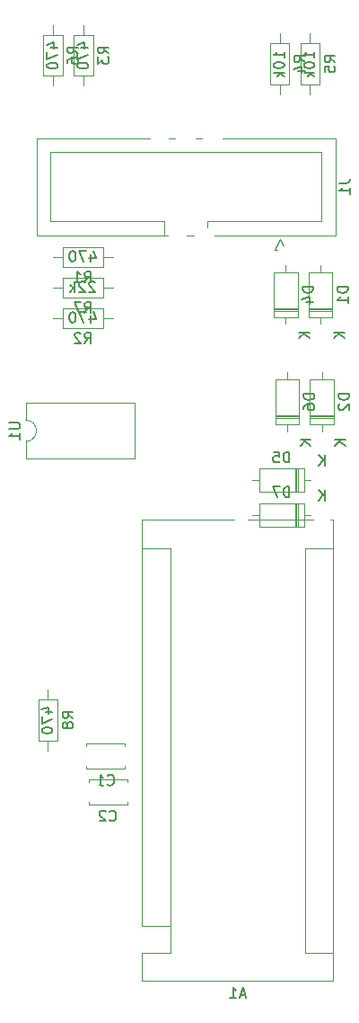
<source format=gbr>
G04 #@! TF.GenerationSoftware,KiCad,Pcbnew,(5.1.10-1-10_14)*
G04 #@! TF.CreationDate,2021-10-15T00:01:35+02:00*
G04 #@! TF.ProjectId,main,6d61696e-2e6b-4696-9361-645f70636258,rev?*
G04 #@! TF.SameCoordinates,Original*
G04 #@! TF.FileFunction,Legend,Bot*
G04 #@! TF.FilePolarity,Positive*
%FSLAX46Y46*%
G04 Gerber Fmt 4.6, Leading zero omitted, Abs format (unit mm)*
G04 Created by KiCad (PCBNEW (5.1.10-1-10_14)) date 2021-10-15 00:01:35*
%MOMM*%
%LPD*%
G01*
G04 APERTURE LIST*
%ADD10C,0.120000*%
%ADD11C,0.150000*%
%ADD12C,1.700000*%
%ADD13O,1.600000X1.600000*%
%ADD14R,1.600000X1.600000*%
%ADD15O,3.100000X2.300000*%
%ADD16O,2.720000X3.240000*%
%ADD17C,1.800000*%
%ADD18R,1.800000X1.800000*%
%ADD19O,1.400000X1.400000*%
%ADD20C,1.400000*%
%ADD21C,1.600000*%
G04 APERTURE END LIST*
D10*
X107577000Y-75736500D02*
X108077000Y-74736500D01*
X108577000Y-75736500D02*
X107577000Y-75736500D01*
X108077000Y-74736500D02*
X108577000Y-75736500D01*
X97137000Y-73036500D02*
X97137000Y-74346500D01*
X97137000Y-73036500D02*
X97137000Y-73036500D01*
X86387000Y-73036500D02*
X97137000Y-73036500D01*
X86387000Y-66536500D02*
X86387000Y-73036500D01*
X111987000Y-66536500D02*
X86387000Y-66536500D01*
X111987000Y-73036500D02*
X111987000Y-66536500D01*
X101237000Y-73036500D02*
X111987000Y-73036500D01*
X101237000Y-74346500D02*
X101237000Y-73036500D01*
X85087000Y-74346500D02*
X113287000Y-74346500D01*
X85087000Y-65226500D02*
X85087000Y-74346500D01*
X113287000Y-65226500D02*
X85087000Y-65226500D01*
X113287000Y-74346500D02*
X113287000Y-65226500D01*
X110324000Y-99587000D02*
X110324000Y-101827000D01*
X110324000Y-101827000D02*
X106084000Y-101827000D01*
X106084000Y-101827000D02*
X106084000Y-99587000D01*
X106084000Y-99587000D02*
X110324000Y-99587000D01*
X110974000Y-100707000D02*
X110324000Y-100707000D01*
X105434000Y-100707000D02*
X106084000Y-100707000D01*
X109604000Y-99587000D02*
X109604000Y-101827000D01*
X109484000Y-99587000D02*
X109484000Y-101827000D01*
X109724000Y-99587000D02*
X109724000Y-101827000D01*
X109847000Y-92163000D02*
X107607000Y-92163000D01*
X107607000Y-92163000D02*
X107607000Y-87923000D01*
X107607000Y-87923000D02*
X109847000Y-87923000D01*
X109847000Y-87923000D02*
X109847000Y-92163000D01*
X108727000Y-92813000D02*
X108727000Y-92163000D01*
X108727000Y-87273000D02*
X108727000Y-87923000D01*
X109847000Y-91443000D02*
X107607000Y-91443000D01*
X109847000Y-91323000D02*
X107607000Y-91323000D01*
X109847000Y-91563000D02*
X107607000Y-91563000D01*
X110324000Y-96311500D02*
X110324000Y-98551500D01*
X110324000Y-98551500D02*
X106084000Y-98551500D01*
X106084000Y-98551500D02*
X106084000Y-96311500D01*
X106084000Y-96311500D02*
X110324000Y-96311500D01*
X110974000Y-97431500D02*
X110324000Y-97431500D01*
X105434000Y-97431500D02*
X106084000Y-97431500D01*
X109604000Y-96311500D02*
X109604000Y-98551500D01*
X109484000Y-96311500D02*
X109484000Y-98551500D01*
X109724000Y-96311500D02*
X109724000Y-98551500D01*
X109731000Y-82066500D02*
X107491000Y-82066500D01*
X107491000Y-82066500D02*
X107491000Y-77826500D01*
X107491000Y-77826500D02*
X109731000Y-77826500D01*
X109731000Y-77826500D02*
X109731000Y-82066500D01*
X108611000Y-82716500D02*
X108611000Y-82066500D01*
X108611000Y-77176500D02*
X108611000Y-77826500D01*
X109731000Y-81346500D02*
X107491000Y-81346500D01*
X109731000Y-81226500D02*
X107491000Y-81226500D01*
X109731000Y-81466500D02*
X107491000Y-81466500D01*
X113123000Y-92163000D02*
X110883000Y-92163000D01*
X110883000Y-92163000D02*
X110883000Y-87923000D01*
X110883000Y-87923000D02*
X113123000Y-87923000D01*
X113123000Y-87923000D02*
X113123000Y-92163000D01*
X112003000Y-92813000D02*
X112003000Y-92163000D01*
X112003000Y-87273000D02*
X112003000Y-87923000D01*
X113123000Y-91443000D02*
X110883000Y-91443000D01*
X113123000Y-91323000D02*
X110883000Y-91323000D01*
X113123000Y-91563000D02*
X110883000Y-91563000D01*
X113007000Y-82066500D02*
X110767000Y-82066500D01*
X110767000Y-82066500D02*
X110767000Y-77826500D01*
X110767000Y-77826500D02*
X113007000Y-77826500D01*
X113007000Y-77826500D02*
X113007000Y-82066500D01*
X111887000Y-82716500D02*
X111887000Y-82066500D01*
X111887000Y-77176500D02*
X111887000Y-77826500D01*
X113007000Y-81346500D02*
X110767000Y-81346500D01*
X113007000Y-81226500D02*
X110767000Y-81226500D01*
X113007000Y-81466500D02*
X110767000Y-81466500D01*
X84077500Y-93773500D02*
G75*
G03*
X84077500Y-91773500I0J1000000D01*
G01*
X84077500Y-91773500D02*
X84077500Y-90123500D01*
X84077500Y-90123500D02*
X94357500Y-90123500D01*
X94357500Y-90123500D02*
X94357500Y-95423500D01*
X94357500Y-95423500D02*
X84077500Y-95423500D01*
X84077500Y-95423500D02*
X84077500Y-93773500D01*
X87089500Y-121935000D02*
X85249500Y-121935000D01*
X85249500Y-121935000D02*
X85249500Y-118095000D01*
X85249500Y-118095000D02*
X87089500Y-118095000D01*
X87089500Y-118095000D02*
X87089500Y-121935000D01*
X86169500Y-122885000D02*
X86169500Y-121935000D01*
X86169500Y-117145000D02*
X86169500Y-118095000D01*
X87551500Y-80203400D02*
X87551500Y-78363400D01*
X87551500Y-78363400D02*
X91391500Y-78363400D01*
X91391500Y-78363400D02*
X91391500Y-80203400D01*
X91391500Y-80203400D02*
X87551500Y-80203400D01*
X86601500Y-79283400D02*
X87551500Y-79283400D01*
X92341500Y-79283400D02*
X91391500Y-79283400D01*
X87579300Y-59324000D02*
X85739300Y-59324000D01*
X85739300Y-59324000D02*
X85739300Y-55484000D01*
X85739300Y-55484000D02*
X87579300Y-55484000D01*
X87579300Y-55484000D02*
X87579300Y-59324000D01*
X86659300Y-60274000D02*
X86659300Y-59324000D01*
X86659300Y-54534000D02*
X86659300Y-55484000D01*
X111818000Y-60149500D02*
X109978000Y-60149500D01*
X109978000Y-60149500D02*
X109978000Y-56309500D01*
X109978000Y-56309500D02*
X111818000Y-56309500D01*
X111818000Y-56309500D02*
X111818000Y-60149500D01*
X110898000Y-61099500D02*
X110898000Y-60149500D01*
X110898000Y-55359500D02*
X110898000Y-56309500D01*
X108942000Y-60149500D02*
X107102000Y-60149500D01*
X107102000Y-60149500D02*
X107102000Y-56309500D01*
X107102000Y-56309500D02*
X108942000Y-56309500D01*
X108942000Y-56309500D02*
X108942000Y-60149500D01*
X108022000Y-61099500D02*
X108022000Y-60149500D01*
X108022000Y-55359500D02*
X108022000Y-56309500D01*
X90455200Y-59324000D02*
X88615200Y-59324000D01*
X88615200Y-59324000D02*
X88615200Y-55484000D01*
X88615200Y-55484000D02*
X90455200Y-55484000D01*
X90455200Y-55484000D02*
X90455200Y-59324000D01*
X89535200Y-60274000D02*
X89535200Y-59324000D01*
X89535200Y-54534000D02*
X89535200Y-55484000D01*
X87551500Y-83079200D02*
X87551500Y-81239200D01*
X87551500Y-81239200D02*
X91391500Y-81239200D01*
X91391500Y-81239200D02*
X91391500Y-83079200D01*
X91391500Y-83079200D02*
X87551500Y-83079200D01*
X86601500Y-82159200D02*
X87551500Y-82159200D01*
X92341500Y-82159200D02*
X91391500Y-82159200D01*
X87551500Y-77327500D02*
X87551500Y-75487500D01*
X87551500Y-75487500D02*
X91391500Y-75487500D01*
X91391500Y-75487500D02*
X91391500Y-77327500D01*
X91391500Y-77327500D02*
X87551500Y-77327500D01*
X86601500Y-76407500D02*
X87551500Y-76407500D01*
X92341500Y-76407500D02*
X91391500Y-76407500D01*
X90001000Y-127959000D02*
X93641000Y-127959000D01*
X90001000Y-125619000D02*
X93641000Y-125619000D01*
X90001000Y-127959000D02*
X90001000Y-127714000D01*
X90001000Y-125864000D02*
X90001000Y-125619000D01*
X93641000Y-127959000D02*
X93641000Y-127714000D01*
X93641000Y-125864000D02*
X93641000Y-125619000D01*
X89810500Y-124583000D02*
X93450500Y-124583000D01*
X89810500Y-122243000D02*
X93450500Y-122243000D01*
X89810500Y-124583000D02*
X89810500Y-124338000D01*
X89810500Y-122488000D02*
X89810500Y-122243000D01*
X93450500Y-124583000D02*
X93450500Y-124338000D01*
X93450500Y-122488000D02*
X93450500Y-122243000D01*
X97726500Y-139382000D02*
X97726500Y-141922000D01*
X97726500Y-141922000D02*
X95056500Y-141922000D01*
X95056500Y-139382000D02*
X95056500Y-101152000D01*
X95056500Y-144592000D02*
X95056500Y-141922000D01*
X110426500Y-141922000D02*
X113096500Y-141922000D01*
X110426500Y-141922000D02*
X110426500Y-103822000D01*
X110426500Y-103822000D02*
X113096500Y-103822000D01*
X97726500Y-139382000D02*
X95056500Y-139382000D01*
X97726500Y-139382000D02*
X97726500Y-103822000D01*
X97726500Y-103822000D02*
X95056500Y-103822000D01*
X95056500Y-101152000D02*
X113096500Y-101152000D01*
X113096500Y-101152000D02*
X113096500Y-144592000D01*
X113096500Y-144592000D02*
X95056500Y-144592000D01*
D11*
X113629380Y-69453166D02*
X114343666Y-69453166D01*
X114486523Y-69405547D01*
X114581761Y-69310309D01*
X114629380Y-69167452D01*
X114629380Y-69072214D01*
X114629380Y-70453166D02*
X114629380Y-69881738D01*
X114629380Y-70167452D02*
X113629380Y-70167452D01*
X113772238Y-70072214D01*
X113867476Y-69976976D01*
X113915095Y-69881738D01*
X108942095Y-99039380D02*
X108942095Y-98039380D01*
X108704000Y-98039380D01*
X108561142Y-98087000D01*
X108465904Y-98182238D01*
X108418285Y-98277476D01*
X108370666Y-98467952D01*
X108370666Y-98610809D01*
X108418285Y-98801285D01*
X108465904Y-98896523D01*
X108561142Y-98991761D01*
X108704000Y-99039380D01*
X108942095Y-99039380D01*
X108037333Y-98039380D02*
X107370666Y-98039380D01*
X107799238Y-99039380D01*
X112275904Y-99359380D02*
X112275904Y-98359380D01*
X111704476Y-99359380D02*
X112133047Y-98787952D01*
X111704476Y-98359380D02*
X112275904Y-98930809D01*
X111299380Y-89304904D02*
X110299380Y-89304904D01*
X110299380Y-89543000D01*
X110347000Y-89685857D01*
X110442238Y-89781095D01*
X110537476Y-89828714D01*
X110727952Y-89876333D01*
X110870809Y-89876333D01*
X111061285Y-89828714D01*
X111156523Y-89781095D01*
X111251761Y-89685857D01*
X111299380Y-89543000D01*
X111299380Y-89304904D01*
X110299380Y-90733476D02*
X110299380Y-90543000D01*
X110347000Y-90447761D01*
X110394619Y-90400142D01*
X110537476Y-90304904D01*
X110727952Y-90257285D01*
X111108904Y-90257285D01*
X111204142Y-90304904D01*
X111251761Y-90352523D01*
X111299380Y-90447761D01*
X111299380Y-90638238D01*
X111251761Y-90733476D01*
X111204142Y-90781095D01*
X111108904Y-90828714D01*
X110870809Y-90828714D01*
X110775571Y-90781095D01*
X110727952Y-90733476D01*
X110680333Y-90638238D01*
X110680333Y-90447761D01*
X110727952Y-90352523D01*
X110775571Y-90304904D01*
X110870809Y-90257285D01*
X110979380Y-93591095D02*
X109979380Y-93591095D01*
X110979380Y-94162523D02*
X110407952Y-93733952D01*
X109979380Y-94162523D02*
X110550809Y-93591095D01*
X108942095Y-95763880D02*
X108942095Y-94763880D01*
X108704000Y-94763880D01*
X108561142Y-94811500D01*
X108465904Y-94906738D01*
X108418285Y-95001976D01*
X108370666Y-95192452D01*
X108370666Y-95335309D01*
X108418285Y-95525785D01*
X108465904Y-95621023D01*
X108561142Y-95716261D01*
X108704000Y-95763880D01*
X108942095Y-95763880D01*
X107465904Y-94763880D02*
X107942095Y-94763880D01*
X107989714Y-95240071D01*
X107942095Y-95192452D01*
X107846857Y-95144833D01*
X107608761Y-95144833D01*
X107513523Y-95192452D01*
X107465904Y-95240071D01*
X107418285Y-95335309D01*
X107418285Y-95573404D01*
X107465904Y-95668642D01*
X107513523Y-95716261D01*
X107608761Y-95763880D01*
X107846857Y-95763880D01*
X107942095Y-95716261D01*
X107989714Y-95668642D01*
X112275904Y-96083880D02*
X112275904Y-95083880D01*
X111704476Y-96083880D02*
X112133047Y-95512452D01*
X111704476Y-95083880D02*
X112275904Y-95655309D01*
X111183380Y-79208404D02*
X110183380Y-79208404D01*
X110183380Y-79446500D01*
X110231000Y-79589357D01*
X110326238Y-79684595D01*
X110421476Y-79732214D01*
X110611952Y-79779833D01*
X110754809Y-79779833D01*
X110945285Y-79732214D01*
X111040523Y-79684595D01*
X111135761Y-79589357D01*
X111183380Y-79446500D01*
X111183380Y-79208404D01*
X110516714Y-80636976D02*
X111183380Y-80636976D01*
X110135761Y-80398880D02*
X110850047Y-80160785D01*
X110850047Y-80779833D01*
X110863380Y-83494595D02*
X109863380Y-83494595D01*
X110863380Y-84066023D02*
X110291952Y-83637452D01*
X109863380Y-84066023D02*
X110434809Y-83494595D01*
X114575380Y-89304904D02*
X113575380Y-89304904D01*
X113575380Y-89543000D01*
X113623000Y-89685857D01*
X113718238Y-89781095D01*
X113813476Y-89828714D01*
X114003952Y-89876333D01*
X114146809Y-89876333D01*
X114337285Y-89828714D01*
X114432523Y-89781095D01*
X114527761Y-89685857D01*
X114575380Y-89543000D01*
X114575380Y-89304904D01*
X113670619Y-90257285D02*
X113623000Y-90304904D01*
X113575380Y-90400142D01*
X113575380Y-90638238D01*
X113623000Y-90733476D01*
X113670619Y-90781095D01*
X113765857Y-90828714D01*
X113861095Y-90828714D01*
X114003952Y-90781095D01*
X114575380Y-90209666D01*
X114575380Y-90828714D01*
X114255380Y-93591095D02*
X113255380Y-93591095D01*
X114255380Y-94162523D02*
X113683952Y-93733952D01*
X113255380Y-94162523D02*
X113826809Y-93591095D01*
X114459380Y-79208404D02*
X113459380Y-79208404D01*
X113459380Y-79446500D01*
X113507000Y-79589357D01*
X113602238Y-79684595D01*
X113697476Y-79732214D01*
X113887952Y-79779833D01*
X114030809Y-79779833D01*
X114221285Y-79732214D01*
X114316523Y-79684595D01*
X114411761Y-79589357D01*
X114459380Y-79446500D01*
X114459380Y-79208404D01*
X114459380Y-80732214D02*
X114459380Y-80160785D01*
X114459380Y-80446500D02*
X113459380Y-80446500D01*
X113602238Y-80351261D01*
X113697476Y-80256023D01*
X113745095Y-80160785D01*
X114139380Y-83494595D02*
X113139380Y-83494595D01*
X114139380Y-84066023D02*
X113567952Y-83637452D01*
X113139380Y-84066023D02*
X113710809Y-83494595D01*
X82529880Y-92011595D02*
X83339404Y-92011595D01*
X83434642Y-92059214D01*
X83482261Y-92106833D01*
X83529880Y-92202071D01*
X83529880Y-92392547D01*
X83482261Y-92487785D01*
X83434642Y-92535404D01*
X83339404Y-92583023D01*
X82529880Y-92583023D01*
X83529880Y-93583023D02*
X83529880Y-93011595D01*
X83529880Y-93297309D02*
X82529880Y-93297309D01*
X82672738Y-93202071D01*
X82767976Y-93106833D01*
X82815595Y-93011595D01*
X88541880Y-119848333D02*
X88065690Y-119515000D01*
X88541880Y-119276904D02*
X87541880Y-119276904D01*
X87541880Y-119657857D01*
X87589500Y-119753095D01*
X87637119Y-119800714D01*
X87732357Y-119848333D01*
X87875214Y-119848333D01*
X87970452Y-119800714D01*
X88018071Y-119753095D01*
X88065690Y-119657857D01*
X88065690Y-119276904D01*
X87970452Y-120419761D02*
X87922833Y-120324523D01*
X87875214Y-120276904D01*
X87779976Y-120229285D01*
X87732357Y-120229285D01*
X87637119Y-120276904D01*
X87589500Y-120324523D01*
X87541880Y-120419761D01*
X87541880Y-120610238D01*
X87589500Y-120705476D01*
X87637119Y-120753095D01*
X87732357Y-120800714D01*
X87779976Y-120800714D01*
X87875214Y-120753095D01*
X87922833Y-120705476D01*
X87970452Y-120610238D01*
X87970452Y-120419761D01*
X88018071Y-120324523D01*
X88065690Y-120276904D01*
X88160928Y-120229285D01*
X88351404Y-120229285D01*
X88446642Y-120276904D01*
X88494261Y-120324523D01*
X88541880Y-120419761D01*
X88541880Y-120610238D01*
X88494261Y-120705476D01*
X88446642Y-120753095D01*
X88351404Y-120800714D01*
X88160928Y-120800714D01*
X88065690Y-120753095D01*
X88018071Y-120705476D01*
X87970452Y-120610238D01*
X85927274Y-119283575D02*
X86593940Y-119283575D01*
X85546321Y-119045480D02*
X86260607Y-118807384D01*
X86260607Y-119426432D01*
X85593940Y-119712146D02*
X85593940Y-120378813D01*
X86593940Y-119950241D01*
X85593940Y-120950241D02*
X85593940Y-121045480D01*
X85641560Y-121140718D01*
X85689179Y-121188337D01*
X85784417Y-121235956D01*
X85974893Y-121283575D01*
X86212988Y-121283575D01*
X86403464Y-121235956D01*
X86498702Y-121188337D01*
X86546321Y-121140718D01*
X86593940Y-121045480D01*
X86593940Y-120950241D01*
X86546321Y-120855003D01*
X86498702Y-120807384D01*
X86403464Y-120759765D01*
X86212988Y-120712146D01*
X85974893Y-120712146D01*
X85784417Y-120759765D01*
X85689179Y-120807384D01*
X85641560Y-120855003D01*
X85593940Y-120950241D01*
X89638166Y-81655780D02*
X89971500Y-81179590D01*
X90209595Y-81655780D02*
X90209595Y-80655780D01*
X89828642Y-80655780D01*
X89733404Y-80703400D01*
X89685785Y-80751019D01*
X89638166Y-80846257D01*
X89638166Y-80989114D01*
X89685785Y-81084352D01*
X89733404Y-81131971D01*
X89828642Y-81179590D01*
X90209595Y-81179590D01*
X89304833Y-80655780D02*
X88638166Y-80655780D01*
X89066738Y-81655780D01*
X90607686Y-78803079D02*
X90560067Y-78755460D01*
X90464829Y-78707840D01*
X90226734Y-78707840D01*
X90131496Y-78755460D01*
X90083877Y-78803079D01*
X90036258Y-78898317D01*
X90036258Y-78993555D01*
X90083877Y-79136412D01*
X90655305Y-79707840D01*
X90036258Y-79707840D01*
X89655305Y-78803079D02*
X89607686Y-78755460D01*
X89512448Y-78707840D01*
X89274353Y-78707840D01*
X89179115Y-78755460D01*
X89131496Y-78803079D01*
X89083877Y-78898317D01*
X89083877Y-78993555D01*
X89131496Y-79136412D01*
X89702924Y-79707840D01*
X89083877Y-79707840D01*
X88655305Y-79707840D02*
X88655305Y-78707840D01*
X88560067Y-79326888D02*
X88274353Y-79707840D01*
X88274353Y-79041174D02*
X88655305Y-79422126D01*
X89031680Y-57237333D02*
X88555490Y-56904000D01*
X89031680Y-56665904D02*
X88031680Y-56665904D01*
X88031680Y-57046857D01*
X88079300Y-57142095D01*
X88126919Y-57189714D01*
X88222157Y-57237333D01*
X88365014Y-57237333D01*
X88460252Y-57189714D01*
X88507871Y-57142095D01*
X88555490Y-57046857D01*
X88555490Y-56665904D01*
X88031680Y-58094476D02*
X88031680Y-57904000D01*
X88079300Y-57808761D01*
X88126919Y-57761142D01*
X88269776Y-57665904D01*
X88460252Y-57618285D01*
X88841204Y-57618285D01*
X88936442Y-57665904D01*
X88984061Y-57713523D01*
X89031680Y-57808761D01*
X89031680Y-57999238D01*
X88984061Y-58094476D01*
X88936442Y-58142095D01*
X88841204Y-58189714D01*
X88603109Y-58189714D01*
X88507871Y-58142095D01*
X88460252Y-58094476D01*
X88412633Y-57999238D01*
X88412633Y-57808761D01*
X88460252Y-57713523D01*
X88507871Y-57665904D01*
X88603109Y-57618285D01*
X86417074Y-56672575D02*
X87083740Y-56672575D01*
X86036121Y-56434480D02*
X86750407Y-56196384D01*
X86750407Y-56815432D01*
X86083740Y-57101146D02*
X86083740Y-57767813D01*
X87083740Y-57339241D01*
X86083740Y-58339241D02*
X86083740Y-58434480D01*
X86131360Y-58529718D01*
X86178979Y-58577337D01*
X86274217Y-58624956D01*
X86464693Y-58672575D01*
X86702788Y-58672575D01*
X86893264Y-58624956D01*
X86988502Y-58577337D01*
X87036121Y-58529718D01*
X87083740Y-58434480D01*
X87083740Y-58339241D01*
X87036121Y-58244003D01*
X86988502Y-58196384D01*
X86893264Y-58148765D01*
X86702788Y-58101146D01*
X86464693Y-58101146D01*
X86274217Y-58148765D01*
X86178979Y-58196384D01*
X86131360Y-58244003D01*
X86083740Y-58339241D01*
X113270380Y-58062833D02*
X112794190Y-57729500D01*
X113270380Y-57491404D02*
X112270380Y-57491404D01*
X112270380Y-57872357D01*
X112318000Y-57967595D01*
X112365619Y-58015214D01*
X112460857Y-58062833D01*
X112603714Y-58062833D01*
X112698952Y-58015214D01*
X112746571Y-57967595D01*
X112794190Y-57872357D01*
X112794190Y-57491404D01*
X112270380Y-58967595D02*
X112270380Y-58491404D01*
X112746571Y-58443785D01*
X112698952Y-58491404D01*
X112651333Y-58586642D01*
X112651333Y-58824738D01*
X112698952Y-58919976D01*
X112746571Y-58967595D01*
X112841809Y-59015214D01*
X113079904Y-59015214D01*
X113175142Y-58967595D01*
X113222761Y-58919976D01*
X113270380Y-58824738D01*
X113270380Y-58586642D01*
X113222761Y-58491404D01*
X113175142Y-58443785D01*
X111322440Y-57664741D02*
X111322440Y-57093313D01*
X111322440Y-57379027D02*
X110322440Y-57379027D01*
X110465298Y-57283789D01*
X110560536Y-57188551D01*
X110608155Y-57093313D01*
X110322440Y-58283789D02*
X110322440Y-58379027D01*
X110370060Y-58474265D01*
X110417679Y-58521884D01*
X110512917Y-58569503D01*
X110703393Y-58617122D01*
X110941488Y-58617122D01*
X111131964Y-58569503D01*
X111227202Y-58521884D01*
X111274821Y-58474265D01*
X111322440Y-58379027D01*
X111322440Y-58283789D01*
X111274821Y-58188551D01*
X111227202Y-58140932D01*
X111131964Y-58093313D01*
X110941488Y-58045694D01*
X110703393Y-58045694D01*
X110512917Y-58093313D01*
X110417679Y-58140932D01*
X110370060Y-58188551D01*
X110322440Y-58283789D01*
X111322440Y-59045694D02*
X110322440Y-59045694D01*
X110941488Y-59140932D02*
X111322440Y-59426646D01*
X110655774Y-59426646D02*
X111036726Y-59045694D01*
X110394380Y-58062833D02*
X109918190Y-57729500D01*
X110394380Y-57491404D02*
X109394380Y-57491404D01*
X109394380Y-57872357D01*
X109442000Y-57967595D01*
X109489619Y-58015214D01*
X109584857Y-58062833D01*
X109727714Y-58062833D01*
X109822952Y-58015214D01*
X109870571Y-57967595D01*
X109918190Y-57872357D01*
X109918190Y-57491404D01*
X109727714Y-58919976D02*
X110394380Y-58919976D01*
X109346761Y-58681880D02*
X110061047Y-58443785D01*
X110061047Y-59062833D01*
X108446440Y-57664741D02*
X108446440Y-57093313D01*
X108446440Y-57379027D02*
X107446440Y-57379027D01*
X107589298Y-57283789D01*
X107684536Y-57188551D01*
X107732155Y-57093313D01*
X107446440Y-58283789D02*
X107446440Y-58379027D01*
X107494060Y-58474265D01*
X107541679Y-58521884D01*
X107636917Y-58569503D01*
X107827393Y-58617122D01*
X108065488Y-58617122D01*
X108255964Y-58569503D01*
X108351202Y-58521884D01*
X108398821Y-58474265D01*
X108446440Y-58379027D01*
X108446440Y-58283789D01*
X108398821Y-58188551D01*
X108351202Y-58140932D01*
X108255964Y-58093313D01*
X108065488Y-58045694D01*
X107827393Y-58045694D01*
X107636917Y-58093313D01*
X107541679Y-58140932D01*
X107494060Y-58188551D01*
X107446440Y-58283789D01*
X108446440Y-59045694D02*
X107446440Y-59045694D01*
X108065488Y-59140932D02*
X108446440Y-59426646D01*
X107779774Y-59426646D02*
X108160726Y-59045694D01*
X91907580Y-57237333D02*
X91431390Y-56904000D01*
X91907580Y-56665904D02*
X90907580Y-56665904D01*
X90907580Y-57046857D01*
X90955200Y-57142095D01*
X91002819Y-57189714D01*
X91098057Y-57237333D01*
X91240914Y-57237333D01*
X91336152Y-57189714D01*
X91383771Y-57142095D01*
X91431390Y-57046857D01*
X91431390Y-56665904D01*
X90907580Y-57570666D02*
X90907580Y-58189714D01*
X91288533Y-57856380D01*
X91288533Y-57999238D01*
X91336152Y-58094476D01*
X91383771Y-58142095D01*
X91479009Y-58189714D01*
X91717104Y-58189714D01*
X91812342Y-58142095D01*
X91859961Y-58094476D01*
X91907580Y-57999238D01*
X91907580Y-57713523D01*
X91859961Y-57618285D01*
X91812342Y-57570666D01*
X89292974Y-56672575D02*
X89959640Y-56672575D01*
X88912021Y-56434480D02*
X89626307Y-56196384D01*
X89626307Y-56815432D01*
X88959640Y-57101146D02*
X88959640Y-57767813D01*
X89959640Y-57339241D01*
X88959640Y-58339241D02*
X88959640Y-58434480D01*
X89007260Y-58529718D01*
X89054879Y-58577337D01*
X89150117Y-58624956D01*
X89340593Y-58672575D01*
X89578688Y-58672575D01*
X89769164Y-58624956D01*
X89864402Y-58577337D01*
X89912021Y-58529718D01*
X89959640Y-58434480D01*
X89959640Y-58339241D01*
X89912021Y-58244003D01*
X89864402Y-58196384D01*
X89769164Y-58148765D01*
X89578688Y-58101146D01*
X89340593Y-58101146D01*
X89150117Y-58148765D01*
X89054879Y-58196384D01*
X89007260Y-58244003D01*
X88959640Y-58339241D01*
X89638166Y-84531580D02*
X89971500Y-84055390D01*
X90209595Y-84531580D02*
X90209595Y-83531580D01*
X89828642Y-83531580D01*
X89733404Y-83579200D01*
X89685785Y-83626819D01*
X89638166Y-83722057D01*
X89638166Y-83864914D01*
X89685785Y-83960152D01*
X89733404Y-84007771D01*
X89828642Y-84055390D01*
X90209595Y-84055390D01*
X89257214Y-83626819D02*
X89209595Y-83579200D01*
X89114357Y-83531580D01*
X88876261Y-83531580D01*
X88781023Y-83579200D01*
X88733404Y-83626819D01*
X88685785Y-83722057D01*
X88685785Y-83817295D01*
X88733404Y-83960152D01*
X89304833Y-84531580D01*
X88685785Y-84531580D01*
X90202924Y-81916974D02*
X90202924Y-82583640D01*
X90441020Y-81536021D02*
X90679115Y-82250307D01*
X90060067Y-82250307D01*
X89774353Y-81583640D02*
X89107686Y-81583640D01*
X89536258Y-82583640D01*
X88536258Y-81583640D02*
X88441020Y-81583640D01*
X88345781Y-81631260D01*
X88298162Y-81678879D01*
X88250543Y-81774117D01*
X88202924Y-81964593D01*
X88202924Y-82202688D01*
X88250543Y-82393164D01*
X88298162Y-82488402D01*
X88345781Y-82536021D01*
X88441020Y-82583640D01*
X88536258Y-82583640D01*
X88631496Y-82536021D01*
X88679115Y-82488402D01*
X88726734Y-82393164D01*
X88774353Y-82202688D01*
X88774353Y-81964593D01*
X88726734Y-81774117D01*
X88679115Y-81678879D01*
X88631496Y-81631260D01*
X88536258Y-81583640D01*
X89638166Y-78779880D02*
X89971500Y-78303690D01*
X90209595Y-78779880D02*
X90209595Y-77779880D01*
X89828642Y-77779880D01*
X89733404Y-77827500D01*
X89685785Y-77875119D01*
X89638166Y-77970357D01*
X89638166Y-78113214D01*
X89685785Y-78208452D01*
X89733404Y-78256071D01*
X89828642Y-78303690D01*
X90209595Y-78303690D01*
X88685785Y-78779880D02*
X89257214Y-78779880D01*
X88971500Y-78779880D02*
X88971500Y-77779880D01*
X89066738Y-77922738D01*
X89161976Y-78017976D01*
X89257214Y-78065595D01*
X90202924Y-76165274D02*
X90202924Y-76831940D01*
X90441020Y-75784321D02*
X90679115Y-76498607D01*
X90060067Y-76498607D01*
X89774353Y-75831940D02*
X89107686Y-75831940D01*
X89536258Y-76831940D01*
X88536258Y-75831940D02*
X88441020Y-75831940D01*
X88345781Y-75879560D01*
X88298162Y-75927179D01*
X88250543Y-76022417D01*
X88202924Y-76212893D01*
X88202924Y-76450988D01*
X88250543Y-76641464D01*
X88298162Y-76736702D01*
X88345781Y-76784321D01*
X88441020Y-76831940D01*
X88536258Y-76831940D01*
X88631496Y-76784321D01*
X88679115Y-76736702D01*
X88726734Y-76641464D01*
X88774353Y-76450988D01*
X88774353Y-76212893D01*
X88726734Y-76022417D01*
X88679115Y-75927179D01*
X88631496Y-75879560D01*
X88536258Y-75831940D01*
X91987666Y-129446142D02*
X92035285Y-129493761D01*
X92178142Y-129541380D01*
X92273380Y-129541380D01*
X92416238Y-129493761D01*
X92511476Y-129398523D01*
X92559095Y-129303285D01*
X92606714Y-129112809D01*
X92606714Y-128969952D01*
X92559095Y-128779476D01*
X92511476Y-128684238D01*
X92416238Y-128589000D01*
X92273380Y-128541380D01*
X92178142Y-128541380D01*
X92035285Y-128589000D01*
X91987666Y-128636619D01*
X91606714Y-128636619D02*
X91559095Y-128589000D01*
X91463857Y-128541380D01*
X91225761Y-128541380D01*
X91130523Y-128589000D01*
X91082904Y-128636619D01*
X91035285Y-128731857D01*
X91035285Y-128827095D01*
X91082904Y-128969952D01*
X91654333Y-129541380D01*
X91035285Y-129541380D01*
X91797166Y-126070142D02*
X91844785Y-126117761D01*
X91987642Y-126165380D01*
X92082880Y-126165380D01*
X92225738Y-126117761D01*
X92320976Y-126022523D01*
X92368595Y-125927285D01*
X92416214Y-125736809D01*
X92416214Y-125593952D01*
X92368595Y-125403476D01*
X92320976Y-125308238D01*
X92225738Y-125213000D01*
X92082880Y-125165380D01*
X91987642Y-125165380D01*
X91844785Y-125213000D01*
X91797166Y-125260619D01*
X90844785Y-126165380D02*
X91416214Y-126165380D01*
X91130500Y-126165380D02*
X91130500Y-125165380D01*
X91225738Y-125308238D01*
X91320976Y-125403476D01*
X91416214Y-125451095D01*
X104790785Y-145898666D02*
X104314595Y-145898666D01*
X104886023Y-146184380D02*
X104552690Y-145184380D01*
X104219357Y-146184380D01*
X103362214Y-146184380D02*
X103933642Y-146184380D01*
X103647928Y-146184380D02*
X103647928Y-145184380D01*
X103743166Y-145327238D01*
X103838404Y-145422476D01*
X103933642Y-145470095D01*
%LPC*%
D12*
X90297000Y-68516500D03*
X92837000Y-68516500D03*
X95377000Y-68516500D03*
X97917000Y-68516500D03*
X100457000Y-68516500D03*
X102997000Y-68516500D03*
X105537000Y-68516500D03*
X108077000Y-68516500D03*
X90297000Y-71056500D03*
X92837000Y-71056500D03*
X95377000Y-71056500D03*
X97917000Y-71056500D03*
X100457000Y-71056500D03*
X102997000Y-71056500D03*
X105537000Y-71056500D03*
G36*
G01*
X108677000Y-71906500D02*
X107477000Y-71906500D01*
G75*
G02*
X107227000Y-71656500I0J250000D01*
G01*
X107227000Y-70456500D01*
G75*
G02*
X107477000Y-70206500I250000J0D01*
G01*
X108677000Y-70206500D01*
G75*
G02*
X108927000Y-70456500I0J-250000D01*
G01*
X108927000Y-71656500D01*
G75*
G02*
X108677000Y-71906500I-250000J0D01*
G01*
G37*
D13*
X104394000Y-100707000D03*
D14*
X112014000Y-100707000D03*
D13*
X108727000Y-86233000D03*
D14*
X108727000Y-93853000D03*
D13*
X104394000Y-97431500D03*
D14*
X112014000Y-97431500D03*
D13*
X108611000Y-76136500D03*
D14*
X108611000Y-83756500D03*
D13*
X112003000Y-86233000D03*
D14*
X112003000Y-93853000D03*
D13*
X111887000Y-76136500D03*
D14*
X111887000Y-83756500D03*
G36*
G01*
X104554000Y-132192000D02*
X104554000Y-130892000D01*
G75*
G02*
X105204000Y-130242000I650000J0D01*
G01*
X106504000Y-130242000D01*
G75*
G02*
X107154000Y-130892000I0J-650000D01*
G01*
X107154000Y-132192000D01*
G75*
G02*
X106504000Y-132842000I-650000J0D01*
G01*
X105204000Y-132842000D01*
G75*
G02*
X104554000Y-132192000I0J650000D01*
G01*
G37*
D15*
X105854000Y-142942000D03*
G36*
G01*
X104554000Y-140492000D02*
X104554000Y-139192000D01*
G75*
G02*
X105204000Y-138542000I650000J0D01*
G01*
X106504000Y-138542000D01*
G75*
G02*
X107154000Y-139192000I0J-650000D01*
G01*
X107154000Y-140492000D01*
G75*
G02*
X106504000Y-141142000I-650000J0D01*
G01*
X105204000Y-141142000D01*
G75*
G02*
X104554000Y-140492000I0J650000D01*
G01*
G37*
D13*
X85407500Y-96583500D03*
X93027500Y-88963500D03*
X87947500Y-96583500D03*
X90487500Y-88963500D03*
X90487500Y-96583500D03*
X87947500Y-88963500D03*
X93027500Y-96583500D03*
D14*
X85407500Y-88963500D03*
D16*
X94918500Y-86162500D03*
X104518500Y-86162500D03*
D17*
X102218500Y-93662500D03*
X99718500Y-93662500D03*
D18*
X97218500Y-93662500D03*
D16*
X94410500Y-57714500D03*
X104010500Y-57714500D03*
D17*
X101710500Y-65214500D03*
X99210500Y-65214500D03*
D18*
X96710500Y-65214500D03*
D19*
X86169500Y-116205000D03*
D20*
X86169500Y-123825000D03*
D19*
X93281500Y-79283400D03*
D20*
X85661500Y-79283400D03*
D19*
X86659300Y-53594000D03*
D20*
X86659300Y-61214000D03*
D19*
X110898000Y-54419500D03*
D20*
X110898000Y-62039500D03*
D19*
X108022000Y-54419500D03*
D20*
X108022000Y-62039500D03*
D19*
X89535200Y-53594000D03*
D20*
X89535200Y-61214000D03*
D19*
X93281500Y-82159200D03*
D20*
X85661500Y-82159200D03*
D19*
X93281500Y-76407500D03*
D20*
X85661500Y-76407500D03*
G36*
G01*
X104300000Y-114856000D02*
X104300000Y-113556000D01*
G75*
G02*
X104950000Y-112906000I650000J0D01*
G01*
X106250000Y-112906000D01*
G75*
G02*
X106900000Y-113556000I0J-650000D01*
G01*
X106900000Y-114856000D01*
G75*
G02*
X106250000Y-115506000I-650000J0D01*
G01*
X104950000Y-115506000D01*
G75*
G02*
X104300000Y-114856000I0J650000D01*
G01*
G37*
D15*
X105600000Y-125606000D03*
G36*
G01*
X104300000Y-123156000D02*
X104300000Y-121856000D01*
G75*
G02*
X104950000Y-121206000I650000J0D01*
G01*
X106250000Y-121206000D01*
G75*
G02*
X106900000Y-121856000I0J-650000D01*
G01*
X106900000Y-123156000D01*
G75*
G02*
X106250000Y-123806000I-650000J0D01*
G01*
X104950000Y-123806000D01*
G75*
G02*
X104300000Y-123156000I0J650000D01*
G01*
G37*
D18*
X90487500Y-119253000D03*
D17*
X93027500Y-119253000D03*
D18*
X98425000Y-74485500D03*
D17*
X100965000Y-74485500D03*
G36*
G01*
X90457500Y-132192000D02*
X90457500Y-130892000D01*
G75*
G02*
X91107500Y-130242000I650000J0D01*
G01*
X92407500Y-130242000D01*
G75*
G02*
X93057500Y-130892000I0J-650000D01*
G01*
X93057500Y-132192000D01*
G75*
G02*
X92407500Y-132842000I-650000J0D01*
G01*
X91107500Y-132842000D01*
G75*
G02*
X90457500Y-132192000I0J650000D01*
G01*
G37*
D15*
X91757500Y-142942000D03*
G36*
G01*
X90457500Y-140492000D02*
X90457500Y-139192000D01*
G75*
G02*
X91107500Y-138542000I650000J0D01*
G01*
X92407500Y-138542000D01*
G75*
G02*
X93057500Y-139192000I0J-650000D01*
G01*
X93057500Y-140492000D01*
G75*
G02*
X92407500Y-141142000I-650000J0D01*
G01*
X91107500Y-141142000D01*
G75*
G02*
X90457500Y-140492000I0J650000D01*
G01*
G37*
D21*
X93071000Y-126789000D03*
X90571000Y-126789000D03*
X92880500Y-123413000D03*
X90380500Y-123413000D03*
D13*
X111696500Y-105092000D03*
X96456500Y-105092000D03*
X111696500Y-140652000D03*
X96456500Y-107632000D03*
X111696500Y-138112000D03*
X96456500Y-110172000D03*
X111696500Y-135572000D03*
X96456500Y-112712000D03*
X111696500Y-133032000D03*
X96456500Y-115252000D03*
X111696500Y-130492000D03*
X96456500Y-117792000D03*
X111696500Y-127952000D03*
X96456500Y-120332000D03*
X111696500Y-125412000D03*
X96456500Y-122872000D03*
X111696500Y-122872000D03*
X96456500Y-125412000D03*
X111696500Y-120332000D03*
X96456500Y-127952000D03*
X111696500Y-117792000D03*
X96456500Y-130492000D03*
X111696500Y-115252000D03*
X96456500Y-133032000D03*
X111696500Y-112712000D03*
X96456500Y-135572000D03*
X111696500Y-110172000D03*
X96456500Y-138112000D03*
X111696500Y-107632000D03*
D14*
X96456500Y-140652000D03*
M02*

</source>
